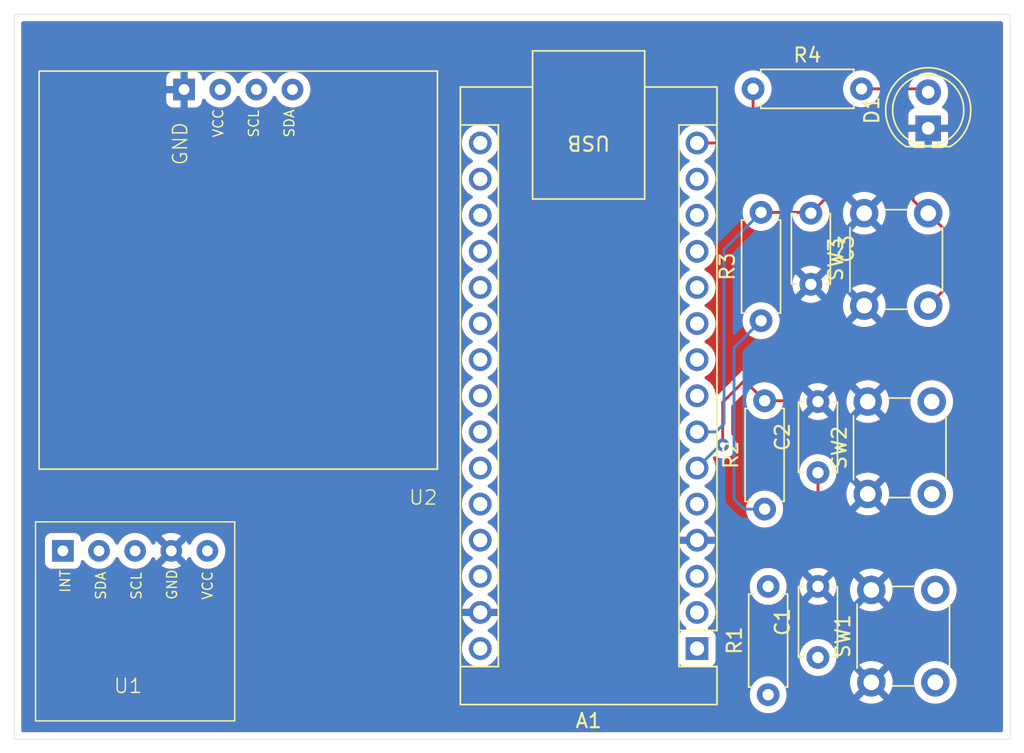
<source format=kicad_pcb>
(kicad_pcb (version 20241229) (generator "pcbnew") (generator_version "9.0")
  (layers (0 "F.Cu" signal "Front") (4 "In1.Cu" signal) (6 "In2.Cu" signal) (2 "B.Cu" signal "Back") (13 "F.Paste" user) (15 "B.Paste" user) (5 "F.SilkS" user) (7 "B.SilkS" user) (1 "F.Mask" user) (3 "B.Mask" user) (25 "Edge.Cuts" user))
  (net 0 "")
  (net 8 "Net-(A1-A5)")
  (net 11 "Net-(A1-D12)")
  (net 12 "Net-(A1-A4)")
  (net 13 "Net-(A1-D4)")
  (net 14 "+5V")
  (net 21 "GND")
  (net 22 "Net-(A1-D3)")
  (net 26 "Net-(A1-D2)")
  (net 30 "Net-(D1-A)")
  (footprint "Capacitor_THT:C_Disc_D4.7mm_W2.5mm_P5.00mm" (layer "F.Cu") (at 150.5 102.25 90)
    (property "Reference" "C2" (at 2.5 -2.5 90) (layer "F.SilkS"))
    (property "Value" "100n")
    (fp_line (start 4.97 -1.37) (end 4.97 -1.04) (stroke (width 0.12)) (layer "F.SilkS"))
    (fp_line (start 0.03 -1.37) (end 4.97 -1.37) (stroke (width 0.12)) (layer "F.SilkS"))
    (fp_line (start 0.03 -1.04) (end 0.03 -1.37) (stroke (width 0.12)) (layer "F.SilkS"))
    (fp_line (start 4.97 1.04) (end 4.97 1.37) (stroke (width 0.12)) (layer "F.SilkS"))
    (fp_line (start 4.97 1.37) (end 0.03 1.37) (stroke (width 0.12)) (layer "F.SilkS"))
    (fp_line (start 0.03 1.37) (end 0.03 1.04) (stroke (width 0.12)) (layer "F.SilkS"))
    (pad "1" thru_hole circle (at 0 0 90) (size 1.6 1.6) (drill 0.8) (layers "*.Cu" "*.Mask") (net 22 "Net-(A1-D3)"))
    (pad "2" thru_hole circle (at 5 0 90) (size 1.6 1.6) (drill 0.8) (layers "*.Cu" "*.Mask") (net 21 "GND"))
  )
  (footprint "Resistor_THT:R_Axial_DIN0207_L6.3mm_D2.5mm_P7.62mm_Horizontal" (layer "F.Cu") (at 145.94 75.25)
    (property "Reference" "R4" (at 3.81 -2.37 0) (layer "F.SilkS"))
    (property "Value" "1K")
    (fp_line (start 0.54 -1.37) (end 7.08 -1.37) (stroke (width 0.12)) (layer "F.SilkS"))
    (fp_line (start 0.54 -1.04) (end 0.54 -1.37) (stroke (width 0.12)) (layer "F.SilkS"))
    (fp_line (start 0.54 1.04) (end 0.54 1.37) (stroke (width 0.12)) (layer "F.SilkS"))
    (fp_line (start 0.54 1.37) (end 7.08 1.37) (stroke (width 0.12)) (layer "F.SilkS"))
    (fp_line (start 7.08 -1.37) (end 7.08 -1.04) (stroke (width 0.12)) (layer "F.SilkS"))
    (fp_line (start 7.08 1.37) (end 7.08 1.04) (stroke (width 0.12)) (layer "F.SilkS"))
    (pad "1" thru_hole circle (at 0 0) (size 1.6 1.6) (drill 0.8) (layers "*.Cu" "*.Mask") (net 11 "Net-(A1-D12)"))
    (pad "2" thru_hole circle (at 7.62 0) (size 1.6 1.6) (drill 0.8) (layers "*.Cu" "*.Mask") (net 30 "Net-(D1-A)"))
  )
  (footprint "Module:Arduino_Nano" (layer "F.Cu") (at 142 114.62 180)
    (property "Reference" "A1" (at 7.62 -5.08 0) (layer "F.SilkS"))
    (property "Value" "Arduino_Nano_v3.x")
    (fp_line (start 16.64 39.5) (end 16.64 -3.94) (stroke (width 0.12)) (layer "F.SilkS"))
    (fp_line (start 16.64 39.5) (end 11.56 39.5) (stroke (width 0.12)) (layer "F.SilkS"))
    (fp_line (start 16.64 -3.94) (end -1.4 -3.94) (stroke (width 0.12)) (layer "F.SilkS"))
    (fp_line (start 13.97 36.83) (end 16.64 36.83) (stroke (width 0.12)) (layer "F.SilkS"))
    (fp_line (start 13.97 -1.27) (end 16.64 -1.27) (stroke (width 0.12)) (layer "F.SilkS"))
    (fp_line (start 13.97 -1.27) (end 13.97 36.83) (stroke (width 0.12)) (layer "F.SilkS"))
    (fp_line (start 11.56 42.04) (end 3.68 42.04) (stroke (width 0.12)) (layer "F.SilkS"))
    (fp_line (start 11.56 31.62) (end 11.56 42.04) (stroke (width 0.12)) (layer "F.SilkS"))
    (fp_line (start 3.68 42.04) (end 3.68 31.62) (stroke (width 0.12)) (layer "F.SilkS"))
    (fp_line (start 3.68 31.62) (end 11.56 31.62) (stroke (width 0.12)) (layer "F.SilkS"))
    (fp_line (start 1.27 36.83) (end -1.4 36.83) (stroke (width 0.12)) (layer "F.SilkS"))
    (fp_line (start 1.27 1.27) (end 1.27 36.83) (stroke (width 0.12)) (layer "F.SilkS"))
    (fp_line (start 1.27 1.27) (end 1.27 -1.27) (stroke (width 0.12)) (layer "F.SilkS"))
    (fp_line (start 1.27 1.27) (end -1.4 1.27) (stroke (width 0.12)) (layer "F.SilkS"))
    (fp_line (start 1.27 -1.27) (end -1.4 -1.27) (stroke (width 0.12)) (layer "F.SilkS"))
    (fp_line (start -1.4 39.5) (end 3.68 39.5) (stroke (width 0.12)) (layer "F.SilkS"))
    (fp_line (start -1.4 1.27) (end -1.4 39.5) (stroke (width 0.12)) (layer "F.SilkS"))
    (fp_line (start -1.4 -3.94) (end -1.4 -1.27) (stroke (width 0.12)) (layer "F.SilkS"))
    (fp_text user "USB" (at 7.62 35.56 180) (layer "F.SilkS"))
    (pad "1" thru_hole rect (at 0 0 180) (size 1.6 1.6) (drill 1) (layers "*.Cu" "*.Mask"))
    (pad "2" thru_hole oval (at 0 2.54 180) (size 1.6 1.6) (drill 1) (layers "*.Cu" "*.Mask"))
    (pad "3" thru_hole oval (at 0 5.08 180) (size 1.6 1.6) (drill 1) (layers "*.Cu" "*.Mask"))
    (pad "4" thru_hole oval (at 0 7.62 180) (size 1.6 1.6) (drill 1) (layers "*.Cu" "*.Mask") (net 21 "GND"))
    (pad "5" thru_hole oval (at 0 10.16 180) (size 1.6 1.6) (drill 1) (layers "*.Cu" "*.Mask") (net 26 "Net-(A1-D2)"))
    (pad "6" thru_hole oval (at 0 12.7 180) (size 1.6 1.6) (drill 1) (layers "*.Cu" "*.Mask") (net 22 "Net-(A1-D3)"))
    (pad "7" thru_hole oval (at 0 15.24 180) (size 1.6 1.6) (drill 1) (layers "*.Cu" "*.Mask") (net 13 "Net-(A1-D4)"))
    (pad "8" thru_hole oval (at 0 17.78 180) (size 1.6 1.6) (drill 1) (layers "*.Cu" "*.Mask"))
    (pad "9" thru_hole oval (at 0 20.32 180) (size 1.6 1.6) (drill 1) (layers "*.Cu" "*.Mask"))
    (pad "10" thru_hole oval (at 0 22.86 180) (size 1.6 1.6) (drill 1) (layers "*.Cu" "*.Mask"))
    (pad "11" thru_hole oval (at 0 25.4 180) (size 1.6 1.6) (drill 1) (layers "*.Cu" "*.Mask"))
    (pad "12" thru_hole oval (at 0 27.94 180) (size 1.6 1.6) (drill 1) (layers "*.Cu" "*.Mask"))
    (pad "13" thru_hole oval (at 0 30.48 180) (size 1.6 1.6) (drill 1) (layers "*.Cu" "*.Mask"))
    (pad "14" thru_hole oval (at 0 33.02 180) (size 1.6 1.6) (drill 1) (layers "*.Cu" "*.Mask"))
    (pad "15" thru_hole oval (at 0 35.56 180) (size 1.6 1.6) (drill 1) (layers "*.Cu" "*.Mask") (net 11 "Net-(A1-D12)"))
    (pad "16" thru_hole oval (at 15.24 35.56 180) (size 1.6 1.6) (drill 1) (layers "*.Cu" "*.Mask"))
    (pad "17" thru_hole oval (at 15.24 33.02 180) (size 1.6 1.6) (drill 1) (layers "*.Cu" "*.Mask"))
    (pad "18" thru_hole oval (at 15.24 30.48 180) (size 1.6 1.6) (drill 1) (layers "*.Cu" "*.Mask"))
    (pad "19" thru_hole oval (at 15.24 27.94 180) (size 1.6 1.6) (drill 1) (layers "*.Cu" "*.Mask"))
    (pad "20" thru_hole oval (at 15.24 25.4 180) (size 1.6 1.6) (drill 1) (layers "*.Cu" "*.Mask"))
    (pad "21" thru_hole oval (at 15.24 22.86 180) (size 1.6 1.6) (drill 1) (layers "*.Cu" "*.Mask"))
    (pad "22" thru_hole oval (at 15.24 20.32 180) (size 1.6 1.6) (drill 1) (layers "*.Cu" "*.Mask"))
    (pad "23" thru_hole oval (at 15.24 17.78 180) (size 1.6 1.6) (drill 1) (layers "*.Cu" "*.Mask") (net 12 "Net-(A1-A4)"))
    (pad "24" thru_hole oval (at 15.24 15.24 180) (size 1.6 1.6) (drill 1) (layers "*.Cu" "*.Mask") (net 8 "Net-(A1-A5)"))
    (pad "25" thru_hole oval (at 15.24 12.7 180) (size 1.6 1.6) (drill 1) (layers "*.Cu" "*.Mask"))
    (pad "26" thru_hole oval (at 15.24 10.16 180) (size 1.6 1.6) (drill 1) (layers "*.Cu" "*.Mask"))
    (pad "27" thru_hole oval (at 15.24 7.62 180) (size 1.6 1.6) (drill 1) (layers "*.Cu" "*.Mask") (net 14 "+5V"))
    (pad "28" thru_hole oval (at 15.24 5.08 180) (size 1.6 1.6) (drill 1) (layers "*.Cu" "*.Mask"))
    (pad "29" thru_hole oval (at 15.24 2.54 180) (size 1.6 1.6) (drill 1) (layers "*.Cu" "*.Mask") (net 21 "GND"))
    (pad "30" thru_hole oval (at 15.24 0 180) (size 1.6 1.6) (drill 1) (layers "*.Cu" "*.Mask"))
  )
  (footprint "LED_THT:LED_D5.0mm" (layer "F.Cu") (at 158.25 78.025 90)
    (property "Reference" "D1" (at 1.27 -3.96 90) (layer "F.SilkS"))
    (property "Value" "LED")
    (fp_line (start -1.29 -1.545) (end -1.29 1.545) (stroke (width 0.12)) (layer "F.SilkS"))
    (fp_arc (start -1.29 -1.54483) (mid 2.071779 -2.880495) (end 4.26 0) (stroke (width 0.12)) (layer "F.SilkS"))
    (fp_arc (start 4.26 0) (mid 2.071779 2.880495) (end -1.29 1.54483) (stroke (width 0.12)) (layer "F.SilkS"))
    (fp_circle (center 1.27 0) (end 3.77 0) (stroke (width 0.12)) (fill no) (layer "F.SilkS"))
    (pad "1" thru_hole rect (at 0 0 90) (size 1.8 1.8) (drill 0.9) (layers "*.Cu" "*.Mask") (net 21 "GND"))
    (pad "2" thru_hole circle (at 2.54 0 90) (size 1.8 1.8) (drill 0.9) (layers "*.Cu" "*.Mask") (net 30 "Net-(D1-A)"))
  )
  (footprint "Resistor_THT:R_Axial_DIN0207_L6.3mm_D2.5mm_P7.62mm_Horizontal" (layer "F.Cu") (at 146.75 104.81 90)
    (property "Reference" "R2" (at 3.81 -2.37 90) (layer "F.SilkS"))
    (property "Value" "1K")
    (fp_line (start 7.08 -1.37) (end 7.08 -1.04) (stroke (width 0.12)) (layer "F.SilkS"))
    (fp_line (start 0.54 -1.37) (end 7.08 -1.37) (stroke (width 0.12)) (layer "F.SilkS"))
    (fp_line (start 0.54 -1.04) (end 0.54 -1.37) (stroke (width 0.12)) (layer "F.SilkS"))
    (fp_line (start 0.54 1.04) (end 0.54 1.37) (stroke (width 0.12)) (layer "F.SilkS"))
    (fp_line (start 7.08 1.37) (end 7.08 1.04) (stroke (width 0.12)) (layer "F.SilkS"))
    (fp_line (start 0.54 1.37) (end 7.08 1.37) (stroke (width 0.12)) (layer "F.SilkS"))
    (pad "1" thru_hole circle (at 0 0 90) (size 1.6 1.6) (drill 0.8) (layers "*.Cu" "*.Mask") (net 14 "+5V"))
    (pad "2" thru_hole circle (at 7.62 0 90) (size 1.6 1.6) (drill 0.8) (layers "*.Cu" "*.Mask") (net 22 "Net-(A1-D3)"))
  )
  (footprint "Capacitor_THT:C_Disc_D4.7mm_W2.5mm_P5.00mm" (layer "F.Cu") (at 150.5 115.25 90)
    (property "Reference" "C1" (at 2.5 -2.5 90) (layer "F.SilkS"))
    (property "Value" "100n")
    (fp_line (start 4.97 -1.37) (end 4.97 -1.04) (stroke (width 0.12)) (layer "F.SilkS"))
    (fp_line (start 0.03 -1.37) (end 4.97 -1.37) (stroke (width 0.12)) (layer "F.SilkS"))
    (fp_line (start 0.03 -1.04) (end 0.03 -1.37) (stroke (width 0.12)) (layer "F.SilkS"))
    (fp_line (start 4.97 1.04) (end 4.97 1.37) (stroke (width 0.12)) (layer "F.SilkS"))
    (fp_line (start 4.97 1.37) (end 0.03 1.37) (stroke (width 0.12)) (layer "F.SilkS"))
    (fp_line (start 0.03 1.37) (end 0.03 1.04) (stroke (width 0.12)) (layer "F.SilkS"))
    (pad "1" thru_hole circle (at 0 0 90) (size 1.6 1.6) (drill 0.8) (layers "*.Cu" "*.Mask") (net 26 "Net-(A1-D2)"))
    (pad "2" thru_hole circle (at 5 0 90) (size 1.6 1.6) (drill 0.8) (layers "*.Cu" "*.Mask") (net 21 "GND"))
  )
  (footprint "Button_Switch_THT:SW_PUSH_6mm" (layer "F.Cu") (at 154.25 117 90)
    (property "Reference" "SW1" (at 3.25 -2 90) (layer "F.SilkS"))
    (property "Value" "SW_Push")
    (fp_line (start 5.5 -1) (end 1 -1) (stroke (width 0.12)) (layer "F.SilkS"))
    (fp_line (start -0.25 1.5) (end -0.25 3) (stroke (width 0.12)) (layer "F.SilkS"))
    (fp_line (start 6.75 3) (end 6.75 1.5) (stroke (width 0.12)) (layer "F.SilkS"))
    (fp_line (start 1 5.5) (end 5.5 5.5) (stroke (width 0.12)) (layer "F.SilkS"))
    (pad "1" thru_hole circle (at 0 0 180) (size 2 2) (drill 1.1) (layers "*.Cu" "*.Mask") (net 21 "GND"))
    (pad "1" thru_hole circle (at 6.5 0 180) (size 2 2) (drill 1.1) (layers "*.Cu" "*.Mask") (net 21 "GND"))
    (pad "2" thru_hole circle (at 0 4.5 180) (size 2 2) (drill 1.1) (layers "*.Cu" "*.Mask") (net 26 "Net-(A1-D2)"))
    (pad "2" thru_hole circle (at 6.5 4.5 180) (size 2 2) (drill 1.1) (layers "*.Cu" "*.Mask") (net 26 "Net-(A1-D2)"))
  )
  (footprint "Capacitor_THT:C_Disc_D4.7mm_W2.5mm_P5.00mm" (layer "F.Cu") (at 150 84 -90)
    (property "Reference" "C3" (at 2.5 -2.5 90) (layer "F.SilkS"))
    (property "Value" "100n")
    (fp_line (start 0.03 1.37) (end 0.03 1.04) (stroke (width 0.12)) (layer "F.SilkS"))
    (fp_line (start 4.97 1.37) (end 0.03 1.37) (stroke (width 0.12)) (layer "F.SilkS"))
    (fp_line (start 4.97 1.04) (end 4.97 1.37) (stroke (width 0.12)) (layer "F.SilkS"))
    (fp_line (start 0.03 -1.04) (end 0.03 -1.37) (stroke (width 0.12)) (layer "F.SilkS"))
    (fp_line (start 0.03 -1.37) (end 4.97 -1.37) (stroke (width 0.12)) (layer "F.SilkS"))
    (fp_line (start 4.97 -1.37) (end 4.97 -1.04) (stroke (width 0.12)) (layer "F.SilkS"))
    (pad "1" thru_hole circle (at 0 0 270) (size 1.6 1.6) (drill 0.8) (layers "*.Cu" "*.Mask") (net 13 "Net-(A1-D4)"))
    (pad "2" thru_hole circle (at 5 0 270) (size 1.6 1.6) (drill 0.8) (layers "*.Cu" "*.Mask") (net 21 "GND"))
  )
  (footprint "Resistor_THT:R_Axial_DIN0207_L6.3mm_D2.5mm_P7.62mm_Horizontal" (layer "F.Cu") (at 147 117.87 90)
    (property "Reference" "R1" (at 3.81 -2.37 90) (layer "F.SilkS"))
    (property "Value" "1K")
    (fp_line (start 7.08 -1.37) (end 7.08 -1.04) (stroke (width 0.12)) (layer "F.SilkS"))
    (fp_line (start 0.54 -1.37) (end 7.08 -1.37) (stroke (width 0.12)) (layer "F.SilkS"))
    (fp_line (start 0.54 -1.04) (end 0.54 -1.37) (stroke (width 0.12)) (layer "F.SilkS"))
    (fp_line (start 0.54 1.04) (end 0.54 1.37) (stroke (width 0.12)) (layer "F.SilkS"))
    (fp_line (start 7.08 1.37) (end 7.08 1.04) (stroke (width 0.12)) (layer "F.SilkS"))
    (fp_line (start 0.54 1.37) (end 7.08 1.37) (stroke (width 0.12)) (layer "F.SilkS"))
    (pad "1" thru_hole circle (at 0 0 90) (size 1.6 1.6) (drill 0.8) (layers "*.Cu" "*.Mask") (net 14 "+5V"))
    (pad "2" thru_hole circle (at 7.62 0 90) (size 1.6 1.6) (drill 0.8) (layers "*.Cu" "*.Mask") (net 26 "Net-(A1-D2)"))
  )
  (footprint "SPo2stuff:MAX30102_Module" (layer "F.Cu") (at 102.5 116.75)
    (property "Reference" "U1" (at -0.5 0.5 0) (layer "F.SilkS") (effects (font (thickness 0.1))))
    (property "Value" "MAX30102_Module")
    (fp_line (start -7 -11.04) (end 7 -11.04) (stroke (width 0.1)) (layer "F.SilkS"))
    (fp_line (start -7 2.96) (end -7 -11.04) (stroke (width 0.1)) (layer "F.SilkS"))
    (fp_line (start 7 -11.04) (end 7 2.96) (stroke (width 0.1)) (layer "F.SilkS"))
    (fp_line (start 7 2.96) (end -7 2.96) (stroke (width 0.1)) (layer "F.SilkS"))
    (fp_text user "INT" (at -4.5 -6 90) (layer "F.SilkS") (effects (font (size 0.7 0.7) (thickness 0.1)) (justify left bottom)))
    (fp_text user "VCC" (at 5.5 -5.5 90) (layer "F.SilkS") (effects (font (size 0.7 0.7) (thickness 0.1)) (justify left bottom)))
    (fp_text user "SCL" (at 0.5 -5.5 90) (layer "F.SilkS") (effects (font (size 0.7 0.7) (thickness 0.1)) (justify left bottom)))
    (fp_text user "GND" (at 3 -5.5 90) (layer "F.SilkS") (effects (font (size 0.7 0.7) (thickness 0.1)) (justify left bottom)))
    (fp_text user "SDA" (at -2 -5.5 90) (layer "F.SilkS") (effects (font (size 0.7 0.7) (thickness 0.1)) (justify left bottom)))
    (pad "1" thru_hole rect (at -5.08 -9) (size 1.524 1.524) (drill 0.762) (layers "*.Cu" "*.Mask"))
    (pad "2" thru_hole circle (at -2.54 -9) (size 1.524 1.524) (drill 0.762) (layers "*.Cu" "*.Mask") (net 12 "Net-(A1-A4)"))
    (pad "3" thru_hole circle (at 0 -9) (size 1.524 1.524) (drill 0.762) (layers "*.Cu" "*.Mask") (net 8 "Net-(A1-A5)"))
    (pad "4" thru_hole circle (at 2.54 -9) (size 1.524 1.524) (drill 0.762) (layers "*.Cu" "*.Mask") (net 21 "GND"))
    (pad "5" thru_hole circle (at 5.08 -9) (size 1.524 1.524) (drill 0.762) (layers "*.Cu" "*.Mask") (net 14 "+5V"))
  )
  (footprint "Resistor_THT:R_Axial_DIN0207_L6.3mm_D2.5mm_P7.62mm_Horizontal" (layer "F.Cu") (at 146.5 91.56 90)
    (property "Reference" "R3" (at 3.81 -2.37 90) (layer "F.SilkS"))
    (property "Value" "1K")
    (fp_line (start 7.08 -1.37) (end 7.08 -1.04) (stroke (width 0.12)) (layer "F.SilkS"))
    (fp_line (start 0.54 -1.37) (end 7.08 -1.37) (stroke (width 0.12)) (layer "F.SilkS"))
    (fp_line (start 0.54 -1.04) (end 0.54 -1.37) (stroke (width 0.12)) (layer "F.SilkS"))
    (fp_line (start 0.54 1.04) (end 0.54 1.37) (stroke (width 0.12)) (layer "F.SilkS"))
    (fp_line (start 7.08 1.37) (end 7.08 1.04) (stroke (width 0.12)) (layer "F.SilkS"))
    (fp_line (start 0.54 1.37) (end 7.08 1.37) (stroke (width 0.12)) (layer "F.SilkS"))
    (pad "1" thru_hole circle (at 0 0 90) (size 1.6 1.6) (drill 0.8) (layers "*.Cu" "*.Mask") (net 14 "+5V"))
    (pad "2" thru_hole circle (at 7.62 0 90) (size 1.6 1.6) (drill 0.8) (layers "*.Cu" "*.Mask") (net 13 "Net-(A1-D4)"))
  )
  (footprint "SPo2stuff:SSD1306" (layer "F.Cu") (at 109.75 88)
    (property "Reference" "U2" (at 13 16 0) (layer "F.SilkS") (effects (font (thickness 0.1))))
    (property "Value" "SDD1306")
    (fp_line (start -14 -14) (end 14 -14) (stroke (width 0.1)) (layer "F.SilkS"))
    (fp_line (start -14 14) (end -14 -14) (stroke (width 0.1)) (layer "F.SilkS"))
    (fp_line (start 14 -14) (end 14 14) (stroke (width 0.1)) (layer "F.SilkS"))
    (fp_line (start 14 14) (end -14 14) (stroke (width 0.1)) (layer "F.SilkS"))
    (fp_rect (start -14 -14) (end 14 14) (stroke (width 0.1)) (fill no) (layer "F.SilkS"))
    (fp_text user "VCC" (at -1 -9.27 90) (layer "F.SilkS") (effects (font (size 0.7 0.7) (thickness 0.1)) (justify left bottom)))
    (fp_text user "SCL" (at 1.5 -9.27 90) (layer "F.SilkS") (effects (font (size 0.7 0.7) (thickness 0.1)) (justify left bottom)))
    (fp_text user "SDA" (at 4 -9.27 90) (layer "F.SilkS") (effects (font (size 0.7 0.7) (thickness 0.1)) (justify left bottom)))
    (fp_text user "GND" (at -3.5 -7.3 90) (layer "F.SilkS") (effects (font (thickness 0.1)) (justify left bottom)))
    (pad "1" thru_hole rect (at -3.81 -12.7) (size 1.524 1.524) (drill 0.762) (layers "*.Cu" "*.Mask") (net 21 "GND"))
    (pad "2" thru_hole circle (at -1.27 -12.7) (size 1.524 1.524) (drill 0.762) (layers "*.Cu" "*.Mask") (net 14 "+5V"))
    (pad "3" thru_hole circle (at 1.27 -12.7) (size 1.524 1.524) (drill 0.762) (layers "*.Cu" "*.Mask") (net 8 "Net-(A1-A5)"))
    (pad "4" thru_hole circle (at 3.81 -12.7) (size 1.524 1.524) (drill 0.762) (layers "*.Cu" "*.Mask") (net 12 "Net-(A1-A4)"))
  )
  (footprint "Button_Switch_THT:SW_PUSH_6mm" (layer "F.Cu") (at 153.75 90.5 90)
    (property "Reference" "SW3" (at 3.25 -2 90) (layer "F.SilkS"))
    (property "Value" "SW_Push")
    (fp_line (start 5.5 -1) (end 1 -1) (stroke (width 0.12)) (layer "F.SilkS"))
    (fp_line (start -0.25 1.5) (end -0.25 3) (stroke (width 0.12)) (layer "F.SilkS"))
    (fp_line (start 6.75 3) (end 6.75 1.5) (stroke (width 0.12)) (layer "F.SilkS"))
    (fp_line (start 1 5.5) (end 5.5 5.5) (stroke (width 0.12)) (layer "F.SilkS"))
    (pad "1" thru_hole circle (at 0 0 180) (size 2 2) (drill 1.1) (layers "*.Cu" "*.Mask") (net 21 "GND"))
    (pad "1" thru_hole circle (at 6.5 0 180) (size 2 2) (drill 1.1) (layers "*.Cu" "*.Mask") (net 21 "GND"))
    (pad "2" thru_hole circle (at 0 4.5 180) (size 2 2) (drill 1.1) (layers "*.Cu" "*.Mask") (net 13 "Net-(A1-D4)"))
    (pad "2" thru_hole circle (at 6.5 4.5 180) (size 2 2) (drill 1.1) (layers "*.Cu" "*.Mask") (net 13 "Net-(A1-D4)"))
  )
  (footprint "Button_Switch_THT:SW_PUSH_6mm" (layer "F.Cu") (at 154 103.75 90)
    (property "Reference" "SW2" (at 3.25 -2 90) (layer "F.SilkS"))
    (property "Value" "SW_Push")
    (fp_line (start 5.5 -1) (end 1 -1) (stroke (width 0.12)) (layer "F.SilkS"))
    (fp_line (start -0.25 1.5) (end -0.25 3) (stroke (width 0.12)) (layer "F.SilkS"))
    (fp_line (start 6.75 3) (end 6.75 1.5) (stroke (width 0.12)) (layer "F.SilkS"))
    (fp_line (start 1 5.5) (end 5.5 5.5) (stroke (width 0.12)) (layer "F.SilkS"))
    (pad "1" thru_hole circle (at 0 0 180) (size 2 2) (drill 1.1) (layers "*.Cu" "*.Mask") (net 21 "GND"))
    (pad "1" thru_hole circle (at 6.5 0 180) (size 2 2) (drill 1.1) (layers "*.Cu" "*.Mask") (net 21 "GND"))
    (pad "2" thru_hole circle (at 0 4.5 180) (size 2 2) (drill 1.1) (layers "*.Cu" "*.Mask") (net 22 "Net-(A1-D3)"))
    (pad "2" thru_hole circle (at 6.5 4.5 180) (size 2 2) (drill 1.1) (layers "*.Cu" "*.Mask") (net 22 "Net-(A1-D3)"))
  )
  (gr_line (start 94 70) (end 164 70) (stroke (width 0.0381)) (layer "Edge.Cuts"))
  (gr_line (start 164 121) (end 94 121) (stroke (width 0.0381)) (layer "Edge.Cuts"))
  (gr_line (start 164 70) (end 164 121) (stroke (width 0.0381)) (layer "Edge.Cuts"))
  (gr_line (start 94 121) (end 94 70) (stroke (width 0.0381)) (layer "Edge.Cuts"))
  (segment (start 144.14 79.06) (end 145.94 77.26) (width 0.2) (layer "F.Cu") (net 11))
  (segment (start 145.94 77.26) (end 145.94 75.25) (width 0.2) (layer "F.Cu") (net 11))
  (segment (start 142 79.06) (end 144.14 79.06) (width 0.2) (layer "F.Cu") (net 11))
  (segment (start 149.94 83.94) (end 150 84) (width 0.2) (layer "F.Cu") (net 13))
  (segment (start 157.2 82.7) (end 157.2 83.1) (width 0.2) (layer "F.Cu") (net 13))
  (segment (start 150 84) (end 152.1 81.9) (width 0.2) (layer "F.Cu") (net 13))
  (segment (start 158.1 84) (end 158.25 84) (width 0.2) (layer "F.Cu") (net 13))
  (segment (start 146.5 83.94) (end 149.94 83.94) (width 0.2) (layer "F.Cu") (net 13))
  (segment (start 156.4 81.9) (end 157.2 82.7) (width 0.2) (layer "F.Cu") (net 13))
  (segment (start 152.1 81.9) (end 156.4 81.9) (width 0.2) (layer "F.Cu") (net 13))
  (segment (start 160.8 87.95) (end 158.25 90.5) (width 0.2) (layer "F.Cu") (net 13))
  (segment (start 157.2 83.1) (end 158.1 84) (width 0.2) (layer "F.Cu") (net 13))
  (segment (start 160.8 86.55) (end 160.8 87.95) (width 0.2) (layer "F.Cu") (net 13))
  (segment (start 158.25 84) (end 160.8 86.55) (width 0.2) (layer "F.Cu") (net 13))
  (segment (start 143.32 99.38) (end 143.9 98.8) (width 0.2) (layer "B.Cu") (net 13))
  (segment (start 142 99.38) (end 143.32 99.38) (width 0.2) (layer "B.Cu") (net 13))
  (segment (start 143.9 86.54) (end 146.5 83.94) (width 0.2) (layer "B.Cu") (net 13))
  (segment (start 143.9 98.8) (end 143.9 86.54) (width 0.2) (layer "B.Cu") (net 13))
  (segment (start 145.31 104.81) (end 144.6 104.1) (width 0.2) (layer "B.Cu") (net 14))
  (segment (start 144.6 104.1) (end 144.6 93.46) (width 0.2) (layer "B.Cu") (net 14))
  (segment (start 146.75 104.81) (end 145.31 104.81) (width 0.2) (layer "B.Cu") (net 14))
  (segment (start 144.6 93.46) (end 146.5 91.56) (width 0.2) (layer "B.Cu") (net 14))
  (segment (start 150.6 103.7) (end 150.5 103.6) (width 0.2) (layer "F.Cu") (net 22))
  (segment (start 148.5 97.6) (end 148.5 104) (width 0.2) (layer "F.Cu") (net 22))
  (segment (start 143.8 97.3) (end 145.6 95.5) (width 0.2) (layer "F.Cu") (net 22))
  (segment (start 150.6 103.8) (end 150.6 103.7) (width 0.2) (layer "F.Cu") (net 22))
  (segment (start 146.75 97.19) (end 148.09 97.19) (width 0.2) (layer "F.Cu") (net 22))
  (segment (start 145.6 96.04) (end 146.75 97.19) (width 0.2) (layer "F.Cu") (net 22))
  (segment (start 150.1 103.8) (end 150.6 103.8) (width 0.2) (layer "F.Cu") (net 22))
  (segment (start 149.4 104.5) (end 150.1 103.8) (width 0.2) (layer "F.Cu") (net 22))
  (segment (start 148.09 97.19) (end 148.5 97.6) (width 0.2) (layer "F.Cu") (net 22))
  (segment (start 143.8 100.3) (end 143.8 97.3) (width 0.2) (layer "F.Cu") (net 22))
  (segment (start 145.6 95.5) (end 145.6 96.04) (width 0.2) (layer "F.Cu") (net 22))
  (segment (start 148.5 104) (end 149 104.5) (width 0.2) (layer "F.Cu") (net 22))
  (segment (start 149 104.5) (end 149.4 104.5) (width 0.2) (layer "F.Cu") (net 22))
  (segment (start 150.5 103.6) (end 150.5 102.25) (width 0.2) (layer "F.Cu") (net 22))
  (via (at 143.8 100.3) (size 0.9) (drill 0.4) (layers "F.Cu" "B.Cu") (net 22))
  (segment (start 142 101.92) (end 143.62 100.3) (width 0.2) (layer "B.Cu") (net 22))
  (segment (start 143.62 100.3) (end 143.8 100.3) (width 0.2) (layer "B.Cu") (net 22))
  (segment (start 158.015 75.25) (end 158.25 75.485) (width 0.2) (layer "F.Cu") (net 30))
  (segment (start 153.56 75.25) (end 158.015 75.25) (width 0.2) (layer "F.Cu") (net 30))
  (zone (net 21) (net_name "GND") (layers "F.Cu" "B.Cu") (connect_pads (clearance 0.5)) (min_thickness 0.25) (fill yes (thermal_gap 0.5) (thermal_bridge_width 0.5))
    (polygon (pts (xy 93 69) (xy 165 69) (xy 165 122) (xy 93 122)))
  )
)
</source>
